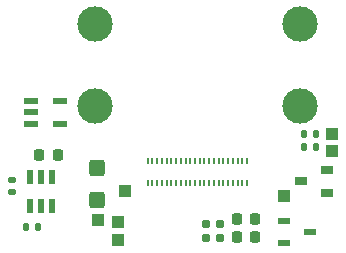
<source format=gbr>
%TF.GenerationSoftware,KiCad,Pcbnew,9.0.0*%
%TF.CreationDate,2025-04-09T13:07:37+02:00*%
%TF.ProjectId,breakoutboard,62726561-6b6f-4757-9462-6f6172642e6b,rev?*%
%TF.SameCoordinates,Original*%
%TF.FileFunction,Soldermask,Top*%
%TF.FilePolarity,Negative*%
%FSLAX46Y46*%
G04 Gerber Fmt 4.6, Leading zero omitted, Abs format (unit mm)*
G04 Created by KiCad (PCBNEW 9.0.0) date 2025-04-09 13:07:37*
%MOMM*%
%LPD*%
G01*
G04 APERTURE LIST*
G04 Aperture macros list*
%AMRoundRect*
0 Rectangle with rounded corners*
0 $1 Rounding radius*
0 $2 $3 $4 $5 $6 $7 $8 $9 X,Y pos of 4 corners*
0 Add a 4 corners polygon primitive as box body*
4,1,4,$2,$3,$4,$5,$6,$7,$8,$9,$2,$3,0*
0 Add four circle primitives for the rounded corners*
1,1,$1+$1,$2,$3*
1,1,$1+$1,$4,$5*
1,1,$1+$1,$6,$7*
1,1,$1+$1,$8,$9*
0 Add four rect primitives between the rounded corners*
20,1,$1+$1,$2,$3,$4,$5,0*
20,1,$1+$1,$4,$5,$6,$7,0*
20,1,$1+$1,$6,$7,$8,$9,0*
20,1,$1+$1,$8,$9,$2,$3,0*%
G04 Aperture macros list end*
%ADD10R,1.000000X1.000000*%
%ADD11RoundRect,0.135000X-0.135000X-0.185000X0.135000X-0.185000X0.135000X0.185000X-0.135000X0.185000X0*%
%ADD12R,1.050000X0.600000*%
%ADD13R,1.200000X0.600000*%
%ADD14RoundRect,0.160000X0.197500X0.160000X-0.197500X0.160000X-0.197500X-0.160000X0.197500X-0.160000X0*%
%ADD15C,3.000000*%
%ADD16RoundRect,0.140000X-0.140000X-0.170000X0.140000X-0.170000X0.140000X0.170000X-0.140000X0.170000X0*%
%ADD17RoundRect,0.250000X0.425000X-0.450000X0.425000X0.450000X-0.425000X0.450000X-0.425000X-0.450000X0*%
%ADD18RoundRect,0.225000X-0.225000X-0.250000X0.225000X-0.250000X0.225000X0.250000X-0.225000X0.250000X0*%
%ADD19RoundRect,0.140000X0.170000X-0.140000X0.170000X0.140000X-0.170000X0.140000X-0.170000X-0.140000X0*%
%ADD20R,0.220000X0.550000*%
%ADD21R,0.600000X1.200000*%
%ADD22R,1.100000X0.650000*%
G04 APERTURE END LIST*
D10*
%TO.C,*%
X157300000Y-102000000D03*
%TD*%
%TO.C,*%
X143900000Y-101600000D03*
%TD*%
D11*
%TO.C,REF\u002A\u002A*%
X158990000Y-97900000D03*
X160010000Y-97900000D03*
%TD*%
%TO.C,REF\u002A\u002A*%
X158990000Y-96800000D03*
X160010000Y-96800000D03*
%TD*%
D10*
%TO.C,*%
X161400000Y-96800000D03*
%TD*%
%TO.C,*%
X161400000Y-98200000D03*
%TD*%
D12*
%TO.C,D1*%
X157300000Y-104150000D03*
X157300000Y-106050000D03*
X159500000Y-105100000D03*
%TD*%
D13*
%TO.C,IC2*%
X135900000Y-94000000D03*
X135900000Y-94950000D03*
X135900000Y-95900000D03*
X138400000Y-95900000D03*
X138400000Y-94000000D03*
%TD*%
D10*
%TO.C,REF\u002A\u002A*%
X141600000Y-104100000D03*
%TD*%
D14*
%TO.C,R2*%
X151897500Y-105600000D03*
X150702500Y-105600000D03*
%TD*%
D15*
%TO.C,*%
X158700000Y-94450000D03*
%TD*%
%TO.C,*%
X141300000Y-94450000D03*
%TD*%
D16*
%TO.C,C3*%
X135520000Y-104700000D03*
X136480000Y-104700000D03*
%TD*%
D10*
%TO.C,REF\u002A\u002A*%
X143300000Y-104200000D03*
%TD*%
D17*
%TO.C,C2*%
X141500000Y-102350000D03*
X141500000Y-99650000D03*
%TD*%
D18*
%TO.C,C5*%
X136625000Y-98600000D03*
X138175000Y-98600000D03*
%TD*%
D19*
%TO.C,C4*%
X134300000Y-101680000D03*
X134300000Y-100720000D03*
%TD*%
D15*
%TO.C,*%
X158700000Y-87450000D03*
%TD*%
D14*
%TO.C,R1*%
X151897500Y-104400000D03*
X150702500Y-104400000D03*
%TD*%
D20*
%TO.C,J1*%
X146200000Y-100925000D03*
X146200000Y-99075000D03*
X146600000Y-100925000D03*
X146600000Y-99075000D03*
X147000000Y-100925000D03*
X147000000Y-99075000D03*
X147400000Y-100925000D03*
X147400000Y-99075000D03*
X147800000Y-100925000D03*
X147800000Y-99075000D03*
X148200000Y-100925000D03*
X148200000Y-99075000D03*
X148600000Y-100925000D03*
X148600000Y-99075000D03*
X149000000Y-100925000D03*
X149000000Y-99075000D03*
X149400000Y-100925000D03*
X149400000Y-99075000D03*
X149800000Y-100925000D03*
X149800000Y-99075000D03*
X150200000Y-100925000D03*
X150200000Y-99075000D03*
X150600000Y-100925000D03*
X150600000Y-99075000D03*
X151000000Y-100925000D03*
X151000000Y-99075000D03*
X151400000Y-100925000D03*
X151400000Y-99075000D03*
X151800000Y-100925000D03*
X151800000Y-99075000D03*
X152200000Y-100925000D03*
X152200000Y-99075000D03*
X152600000Y-100925000D03*
X152600000Y-99075000D03*
X153000000Y-100925000D03*
X153000000Y-99075000D03*
X153400000Y-100925000D03*
X153400000Y-99075000D03*
X153800000Y-100925000D03*
X153800000Y-99075000D03*
X145800000Y-100925000D03*
X145800000Y-99075000D03*
X154200000Y-100925000D03*
X154200000Y-99075000D03*
%TD*%
D21*
%TO.C,IC1*%
X135800000Y-102900000D03*
X136750000Y-102900000D03*
X137700000Y-102900000D03*
X137700000Y-100400000D03*
X136750000Y-100400000D03*
X135800000Y-100400000D03*
%TD*%
D10*
%TO.C,REF\u002A\u002A*%
X143300000Y-105800000D03*
%TD*%
D18*
%TO.C,C1*%
X153325000Y-104000000D03*
X154875000Y-104000000D03*
%TD*%
D22*
%TO.C,IC3*%
X161000000Y-101750000D03*
X161000000Y-99850000D03*
X158800000Y-100800000D03*
%TD*%
D18*
%TO.C,C6*%
X153325000Y-105500000D03*
X154875000Y-105500000D03*
%TD*%
D15*
%TO.C,*%
X141300000Y-87450000D03*
%TD*%
M02*

</source>
